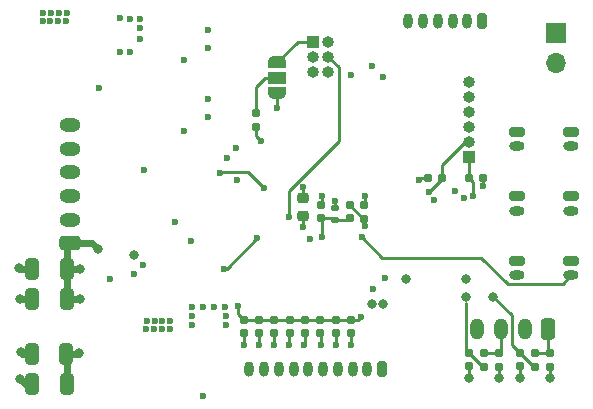
<source format=gbr>
%TF.GenerationSoftware,KiCad,Pcbnew,(6.0.8)*%
%TF.CreationDate,2024-11-24T14:11:02+01:00*%
%TF.ProjectId,WHEEL-07,57484545-4c2d-4303-972e-6b696361645f,rev?*%
%TF.SameCoordinates,Original*%
%TF.FileFunction,Copper,L4,Bot*%
%TF.FilePolarity,Positive*%
%FSLAX46Y46*%
G04 Gerber Fmt 4.6, Leading zero omitted, Abs format (unit mm)*
G04 Created by KiCad (PCBNEW (6.0.8)) date 2024-11-24 14:11:02*
%MOMM*%
%LPD*%
G01*
G04 APERTURE LIST*
G04 Aperture macros list*
%AMRoundRect*
0 Rectangle with rounded corners*
0 $1 Rounding radius*
0 $2 $3 $4 $5 $6 $7 $8 $9 X,Y pos of 4 corners*
0 Add a 4 corners polygon primitive as box body*
4,1,4,$2,$3,$4,$5,$6,$7,$8,$9,$2,$3,0*
0 Add four circle primitives for the rounded corners*
1,1,$1+$1,$2,$3*
1,1,$1+$1,$4,$5*
1,1,$1+$1,$6,$7*
1,1,$1+$1,$8,$9*
0 Add four rect primitives between the rounded corners*
20,1,$1+$1,$2,$3,$4,$5,0*
20,1,$1+$1,$4,$5,$6,$7,0*
20,1,$1+$1,$6,$7,$8,$9,0*
20,1,$1+$1,$8,$9,$2,$3,0*%
%AMFreePoly0*
4,1,22,0.550000,-0.750000,0.000000,-0.750000,0.000000,-0.745033,-0.079941,-0.743568,-0.215256,-0.701293,-0.333266,-0.622738,-0.424486,-0.514219,-0.481581,-0.384460,-0.499164,-0.250000,-0.500000,-0.250000,-0.500000,0.250000,-0.499164,0.250000,-0.499963,0.256109,-0.478152,0.396186,-0.417904,0.524511,-0.324060,0.630769,-0.204165,0.706417,-0.067858,0.745374,0.000000,0.744959,0.000000,0.750000,
0.550000,0.750000,0.550000,-0.750000,0.550000,-0.750000,$1*%
%AMFreePoly1*
4,1,20,0.000000,0.744959,0.073905,0.744508,0.209726,0.703889,0.328688,0.626782,0.421226,0.519385,0.479903,0.390333,0.500000,0.250000,0.500000,-0.250000,0.499851,-0.262216,0.476331,-0.402017,0.414519,-0.529596,0.319384,-0.634700,0.198574,-0.708877,0.061801,-0.746166,0.000000,-0.745033,0.000000,-0.750000,-0.550000,-0.750000,-0.550000,0.750000,0.000000,0.750000,0.000000,0.744959,
0.000000,0.744959,$1*%
G04 Aperture macros list end*
%TA.AperFunction,ComponentPad*%
%ADD10RoundRect,0.250000X0.350000X0.650000X-0.350000X0.650000X-0.350000X-0.650000X0.350000X-0.650000X0*%
%TD*%
%TA.AperFunction,ComponentPad*%
%ADD11O,1.200000X1.800000*%
%TD*%
%TA.AperFunction,ComponentPad*%
%ADD12RoundRect,0.200000X-0.450000X0.200000X-0.450000X-0.200000X0.450000X-0.200000X0.450000X0.200000X0*%
%TD*%
%TA.AperFunction,ComponentPad*%
%ADD13O,1.300000X0.800000*%
%TD*%
%TA.AperFunction,ComponentPad*%
%ADD14RoundRect,0.200000X0.200000X0.450000X-0.200000X0.450000X-0.200000X-0.450000X0.200000X-0.450000X0*%
%TD*%
%TA.AperFunction,ComponentPad*%
%ADD15O,0.800000X1.300000*%
%TD*%
%TA.AperFunction,ComponentPad*%
%ADD16R,1.700000X1.700000*%
%TD*%
%TA.AperFunction,ComponentPad*%
%ADD17O,1.700000X1.700000*%
%TD*%
%TA.AperFunction,ComponentPad*%
%ADD18R,1.000000X1.000000*%
%TD*%
%TA.AperFunction,ComponentPad*%
%ADD19O,1.000000X1.000000*%
%TD*%
%TA.AperFunction,ComponentPad*%
%ADD20RoundRect,0.250000X0.650000X-0.350000X0.650000X0.350000X-0.650000X0.350000X-0.650000X-0.350000X0*%
%TD*%
%TA.AperFunction,ComponentPad*%
%ADD21O,1.800000X1.200000*%
%TD*%
%TA.AperFunction,SMDPad,CuDef*%
%ADD22RoundRect,0.225000X-0.250000X0.225000X-0.250000X-0.225000X0.250000X-0.225000X0.250000X0.225000X0*%
%TD*%
%TA.AperFunction,SMDPad,CuDef*%
%ADD23RoundRect,0.155000X-0.155000X0.212500X-0.155000X-0.212500X0.155000X-0.212500X0.155000X0.212500X0*%
%TD*%
%TA.AperFunction,SMDPad,CuDef*%
%ADD24RoundRect,0.155000X0.155000X-0.212500X0.155000X0.212500X-0.155000X0.212500X-0.155000X-0.212500X0*%
%TD*%
%TA.AperFunction,SMDPad,CuDef*%
%ADD25RoundRect,0.250000X0.325000X0.650000X-0.325000X0.650000X-0.325000X-0.650000X0.325000X-0.650000X0*%
%TD*%
%TA.AperFunction,SMDPad,CuDef*%
%ADD26RoundRect,0.160000X0.197500X0.160000X-0.197500X0.160000X-0.197500X-0.160000X0.197500X-0.160000X0*%
%TD*%
%TA.AperFunction,SMDPad,CuDef*%
%ADD27RoundRect,0.160000X-0.160000X0.197500X-0.160000X-0.197500X0.160000X-0.197500X0.160000X0.197500X0*%
%TD*%
%TA.AperFunction,SMDPad,CuDef*%
%ADD28RoundRect,0.160000X-0.197500X-0.160000X0.197500X-0.160000X0.197500X0.160000X-0.197500X0.160000X0*%
%TD*%
%TA.AperFunction,SMDPad,CuDef*%
%ADD29RoundRect,0.160000X0.160000X-0.197500X0.160000X0.197500X-0.160000X0.197500X-0.160000X-0.197500X0*%
%TD*%
%TA.AperFunction,SMDPad,CuDef*%
%ADD30FreePoly0,90.000000*%
%TD*%
%TA.AperFunction,SMDPad,CuDef*%
%ADD31R,1.500000X1.000000*%
%TD*%
%TA.AperFunction,SMDPad,CuDef*%
%ADD32FreePoly1,90.000000*%
%TD*%
%TA.AperFunction,SMDPad,CuDef*%
%ADD33RoundRect,0.147500X-0.172500X0.147500X-0.172500X-0.147500X0.172500X-0.147500X0.172500X0.147500X0*%
%TD*%
%TA.AperFunction,ViaPad*%
%ADD34C,0.800000*%
%TD*%
%TA.AperFunction,ViaPad*%
%ADD35C,0.600000*%
%TD*%
%TA.AperFunction,Conductor*%
%ADD36C,0.600000*%
%TD*%
%TA.AperFunction,Conductor*%
%ADD37C,0.250000*%
%TD*%
G04 APERTURE END LIST*
D10*
%TO.P,J5,1,Pin_1*%
%TO.N,PADDLE1_IN*%
X195405000Y-78930000D03*
D11*
%TO.P,J5,2,Pin_2*%
%TO.N,GND*%
X193405000Y-78930000D03*
%TO.P,J5,3,Pin_3*%
%TO.N,PADDLE2_IN*%
X191405000Y-78930000D03*
%TO.P,J5,4,Pin_4*%
%TO.N,GND*%
X189405000Y-78930000D03*
%TD*%
D12*
%TO.P,J7,1,Pin_1*%
%TO.N,GND*%
X197358000Y-73152000D03*
D13*
%TO.P,J7,2,Pin_2*%
%TO.N,GPIO_3*%
X197358000Y-74402000D03*
%TD*%
D14*
%TO.P,J17,1,Pin_1*%
%TO.N,TIM3_CH1*%
X189815000Y-52890000D03*
D15*
%TO.P,J17,2,Pin_2*%
%TO.N,TIM3_CH2*%
X188565000Y-52890000D03*
%TO.P,J17,3,Pin_3*%
%TO.N,TIM3_CH3*%
X187315000Y-52890000D03*
%TO.P,J17,4,Pin_4*%
%TO.N,TIM1_CH1*%
X186065000Y-52890000D03*
%TO.P,J17,5,Pin_5*%
%TO.N,TIM1_CH2*%
X184815000Y-52890000D03*
%TO.P,J17,6,Pin_6*%
%TO.N,TIM1_CH3*%
X183565000Y-52890000D03*
%TD*%
D16*
%TO.P,J16,1,Pin_1*%
%TO.N,GND*%
X196088000Y-53898800D03*
D17*
%TO.P,J16,2,Pin_2*%
%TO.N,+3.3V*%
X196088000Y-56438800D03*
%TD*%
D12*
%TO.P,J14,1,Pin_1*%
%TO.N,GND*%
X197358000Y-62240000D03*
D13*
%TO.P,J14,2,Pin_2*%
%TO.N,GPIO_7*%
X197358000Y-63490000D03*
%TD*%
D12*
%TO.P,J10,1,Pin_1*%
%TO.N,GND*%
X192786000Y-67701000D03*
D13*
%TO.P,J10,2,Pin_2*%
%TO.N,GPIO_6*%
X192786000Y-68951000D03*
%TD*%
D14*
%TO.P,J12,1,Pin_1*%
%TO.N,Net-(J12-Pad1)*%
X181357600Y-82346800D03*
D15*
%TO.P,J12,2,Pin_2*%
%TO.N,GND*%
X180107600Y-82346800D03*
%TO.P,J12,3,Pin_3*%
%TO.N,Net-(C31-Pad1)*%
X178857600Y-82346800D03*
%TO.P,J12,4,Pin_4*%
%TO.N,Net-(C30-Pad1)*%
X177607600Y-82346800D03*
%TO.P,J12,5,Pin_5*%
%TO.N,Net-(C29-Pad1)*%
X176357600Y-82346800D03*
%TO.P,J12,6,Pin_6*%
%TO.N,Net-(C28-Pad1)*%
X175107600Y-82346800D03*
%TO.P,J12,7,Pin_7*%
%TO.N,Net-(C32-Pad1)*%
X173857600Y-82346800D03*
%TO.P,J12,8,Pin_8*%
%TO.N,Net-(C27-Pad1)*%
X172607600Y-82346800D03*
%TO.P,J12,9,Pin_9*%
%TO.N,Net-(C26-Pad1)*%
X171357600Y-82346800D03*
%TO.P,J12,10,Pin_10*%
%TO.N,Net-(C25-Pad1)*%
X170107600Y-82346800D03*
%TD*%
D18*
%TO.P,J11,1,Pin_1*%
%TO.N,+3.3V*%
X175524000Y-54605000D03*
D19*
%TO.P,J11,2,Pin_2*%
%TO.N,GND*%
X176794000Y-54605000D03*
%TO.P,J11,3,Pin_3*%
%TO.N,unconnected-(J11-Pad3)*%
X175524000Y-55875000D03*
%TO.P,J11,4,Pin_4*%
%TO.N,NRST*%
X176794000Y-55875000D03*
%TO.P,J11,5,Pin_5*%
%TO.N,SWCLK*%
X175524000Y-57145000D03*
%TO.P,J11,6,Pin_6*%
%TO.N,SWDIO*%
X176794000Y-57145000D03*
%TD*%
D12*
%TO.P,J8,1,Pin_1*%
%TO.N,GND*%
X192786000Y-73152000D03*
D13*
%TO.P,J8,2,Pin_2*%
%TO.N,GPIO_4*%
X192786000Y-74402000D03*
%TD*%
D12*
%TO.P,J9,1,Pin_1*%
%TO.N,GND*%
X197358000Y-67696000D03*
D13*
%TO.P,J9,2,Pin_2*%
%TO.N,GPIO_5*%
X197358000Y-68946000D03*
%TD*%
D12*
%TO.P,J15,1,Pin_1*%
%TO.N,GND*%
X192786000Y-62230000D03*
D13*
%TO.P,J15,2,Pin_2*%
%TO.N,GPIO_8*%
X192786000Y-63480000D03*
%TD*%
D18*
%TO.P,J2,1,Pin_1*%
%TO.N,I2C2_SCL*%
X188722000Y-64389000D03*
D19*
%TO.P,J2,2,Pin_2*%
%TO.N,I2C2_SDA*%
X188722000Y-63119000D03*
%TO.P,J2,3,Pin_3*%
%TO.N,SPI_CS*%
X188722000Y-61849000D03*
%TO.P,J2,4,Pin_4*%
%TO.N,SPI2_SCK*%
X188722000Y-60579000D03*
%TO.P,J2,5,Pin_5*%
%TO.N,SPI2_MISO*%
X188722000Y-59309000D03*
%TO.P,J2,6,Pin_6*%
%TO.N,SPI2_MOSI*%
X188722000Y-58039000D03*
%TD*%
D20*
%TO.P,J1,1,Pin_1*%
%TO.N,GND*%
X154953200Y-71675000D03*
D21*
%TO.P,J1,2,Pin_2*%
%TO.N,12V_CONN*%
X154953200Y-69675000D03*
%TO.P,J1,3,Pin_3*%
%TO.N,/CAN_BUS/CAN1_H*%
X154953200Y-67675000D03*
%TO.P,J1,4,Pin_4*%
%TO.N,/CAN_BUS/CAN1_L*%
X154953200Y-65675000D03*
%TO.P,J1,5,Pin_5*%
%TO.N,/CAN_BUS/CAN2_H*%
X154953200Y-63675000D03*
%TO.P,J1,6,Pin_6*%
%TO.N,/CAN_BUS/CAN2_L*%
X154953200Y-61675000D03*
%TD*%
D22*
%TO.P,C33,1*%
%TO.N,+3.3V*%
X174650400Y-67842800D03*
%TO.P,C33,2*%
%TO.N,GND*%
X174650400Y-69392800D03*
%TD*%
D23*
%TO.P,C23,1*%
%TO.N,Net-(C23-Pad1)*%
X188722000Y-80966500D03*
%TO.P,C23,2*%
%TO.N,GND*%
X188722000Y-82101500D03*
%TD*%
D24*
%TO.P,C27,1*%
%TO.N,Net-(C27-Pad1)*%
X172219256Y-79307500D03*
%TO.P,C27,2*%
%TO.N,GND*%
X172219256Y-78172500D03*
%TD*%
D25*
%TO.P,C12,1*%
%TO.N,GND*%
X154635000Y-73830000D03*
%TO.P,C12,2*%
%TO.N,+12V*%
X151685000Y-73830000D03*
%TD*%
%TO.P,C10,1*%
%TO.N,GND*%
X154635000Y-83600000D03*
%TO.P,C10,2*%
%TO.N,+12V*%
X151685000Y-83600000D03*
%TD*%
D26*
%TO.P,R2,1*%
%TO.N,+3.3V*%
X189878300Y-66141600D03*
%TO.P,R2,2*%
%TO.N,I2C2_SCL*%
X188683300Y-66141600D03*
%TD*%
D24*
%TO.P,C32,1*%
%TO.N,Net-(C32-Pad1)*%
X173518284Y-79307500D03*
%TO.P,C32,2*%
%TO.N,GND*%
X173518284Y-78172500D03*
%TD*%
%TO.P,C8,1*%
%TO.N,+3.3VA*%
X178612800Y-69587300D03*
%TO.P,C8,2*%
%TO.N,GND*%
X178612800Y-68452300D03*
%TD*%
D27*
%TO.P,R13,1*%
%TO.N,PADDLE1_IN*%
X195580000Y-80936500D03*
%TO.P,R13,2*%
%TO.N,+3.3V*%
X195580000Y-82131500D03*
%TD*%
D24*
%TO.P,C30,1*%
%TO.N,Net-(C30-Pad1)*%
X177415368Y-79307500D03*
%TO.P,C30,2*%
%TO.N,GND*%
X177415368Y-78172500D03*
%TD*%
D25*
%TO.P,C15,1*%
%TO.N,GND*%
X154615000Y-81030000D03*
%TO.P,C15,2*%
%TO.N,+12V*%
X151665000Y-81030000D03*
%TD*%
D27*
%TO.P,R15,1*%
%TO.N,PADDLE1_IN*%
X194310000Y-80936500D03*
%TO.P,R15,2*%
%TO.N,Net-(C24-Pad1)*%
X194310000Y-82131500D03*
%TD*%
D28*
%TO.P,R3,1*%
%TO.N,+3.3V*%
X185228900Y-66141600D03*
%TO.P,R3,2*%
%TO.N,I2C2_SDA*%
X186423900Y-66141600D03*
%TD*%
D24*
%TO.P,C26,1*%
%TO.N,Net-(C26-Pad1)*%
X170920228Y-79307500D03*
%TO.P,C26,2*%
%TO.N,GND*%
X170920228Y-78172500D03*
%TD*%
%TO.P,C9,1*%
%TO.N,+3.3VA*%
X176174400Y-69587300D03*
%TO.P,C9,2*%
%TO.N,GND*%
X176174400Y-68452300D03*
%TD*%
%TO.P,C28,1*%
%TO.N,Net-(C28-Pad1)*%
X174817312Y-79307500D03*
%TO.P,C28,2*%
%TO.N,GND*%
X174817312Y-78172500D03*
%TD*%
%TO.P,C31,1*%
%TO.N,Net-(C31-Pad1)*%
X178714400Y-79307500D03*
%TO.P,C31,2*%
%TO.N,GND*%
X178714400Y-78172500D03*
%TD*%
D23*
%TO.P,C7,1*%
%TO.N,+3.3V*%
X179832000Y-68461000D03*
%TO.P,C7,2*%
%TO.N,GND*%
X179832000Y-69596000D03*
%TD*%
D27*
%TO.P,R12,1*%
%TO.N,PADDLE2_IN*%
X191262000Y-80936500D03*
%TO.P,R12,2*%
%TO.N,+3.3V*%
X191262000Y-82131500D03*
%TD*%
D29*
%TO.P,R1,1*%
%TO.N,BOOT0*%
X170688000Y-61811500D03*
%TO.P,R1,2*%
%TO.N,Net-(JP1-Pad2)*%
X170688000Y-60616500D03*
%TD*%
D25*
%TO.P,C11,1*%
%TO.N,GND*%
X154635000Y-76380000D03*
%TO.P,C11,2*%
%TO.N,+12V*%
X151685000Y-76380000D03*
%TD*%
D23*
%TO.P,C24,1*%
%TO.N,Net-(C24-Pad1)*%
X193040000Y-80966500D03*
%TO.P,C24,2*%
%TO.N,GND*%
X193040000Y-82101500D03*
%TD*%
D24*
%TO.P,C29,1*%
%TO.N,Net-(C29-Pad1)*%
X176116340Y-79307500D03*
%TO.P,C29,2*%
%TO.N,GND*%
X176116340Y-78172500D03*
%TD*%
D30*
%TO.P,JP1,1,A*%
%TO.N,GND*%
X172466000Y-58958000D03*
D31*
%TO.P,JP1,2,C*%
%TO.N,Net-(JP1-Pad2)*%
X172466000Y-57658000D03*
D32*
%TO.P,JP1,3,B*%
%TO.N,+3.3V*%
X172466000Y-56358000D03*
%TD*%
D24*
%TO.P,C25,1*%
%TO.N,Net-(C25-Pad1)*%
X169621200Y-79307500D03*
%TO.P,C25,2*%
%TO.N,GND*%
X169621200Y-78172500D03*
%TD*%
D33*
%TO.P,L1,1*%
%TO.N,+3.3V*%
X177393600Y-68704600D03*
%TO.P,L1,2*%
%TO.N,+3.3VA*%
X177393600Y-69674600D03*
%TD*%
D27*
%TO.P,R14,1*%
%TO.N,PADDLE2_IN*%
X189992000Y-80936500D03*
%TO.P,R14,2*%
%TO.N,Net-(C23-Pad1)*%
X189992000Y-82131500D03*
%TD*%
D34*
%TO.N,+3.3V*%
X181400000Y-76800000D03*
X180500000Y-76800000D03*
%TO.N,GND*%
X155690000Y-80990000D03*
D35*
X169037000Y-66294000D03*
X153963332Y-52197000D03*
X169139678Y-77038072D03*
X166624000Y-55118000D03*
D34*
X188722000Y-83058000D03*
D35*
X163372800Y-78943200D03*
X163415000Y-78261800D03*
X154584400Y-52878400D03*
X157400000Y-58526800D03*
X161188400Y-65481200D03*
X162709532Y-78943200D03*
X152594600Y-52878400D03*
D34*
X155760000Y-76370000D03*
D35*
X172466000Y-60198000D03*
X165201600Y-71475600D03*
X153921132Y-52878400D03*
X164600000Y-56200000D03*
D34*
X155750000Y-73850000D03*
D35*
X153257866Y-52878400D03*
X179590539Y-77907639D03*
X163830000Y-69850000D03*
X161383000Y-78943200D03*
X181386517Y-57576683D03*
X179882800Y-70256400D03*
X170789600Y-71272400D03*
X162751732Y-78261800D03*
X166624000Y-60960000D03*
D34*
X193040000Y-83058000D03*
X160320000Y-72640000D03*
X157300000Y-72170000D03*
D35*
X161100000Y-73550000D03*
X161425200Y-78261800D03*
X164600000Y-62200000D03*
X180497517Y-56687683D03*
X188259800Y-67884800D03*
X169016717Y-63647283D03*
X167995600Y-73863200D03*
X166188400Y-84591600D03*
X187502800Y-67259200D03*
X153300066Y-52197000D03*
X152636800Y-52197000D03*
X176225200Y-67665600D03*
D34*
X188468000Y-74742000D03*
D35*
X162088466Y-78261800D03*
X175226422Y-71288273D03*
X180594000Y-75590400D03*
X154626600Y-52197000D03*
X160360000Y-74260000D03*
X174650400Y-70307200D03*
X158340000Y-74680000D03*
X162046266Y-78943200D03*
%TO.N,+3.3V*%
X165252400Y-77063600D03*
X168097200Y-77876400D03*
X168097200Y-78587600D03*
D34*
X195580000Y-83058000D03*
D35*
X181559200Y-74625200D03*
X167115066Y-77063600D03*
X177393600Y-68122800D03*
D34*
X183388000Y-74742000D03*
D35*
X179882800Y-67665600D03*
D34*
X191262000Y-83058000D03*
D35*
X189890400Y-66852800D03*
X174650400Y-66954400D03*
X178719517Y-57449683D03*
X168046400Y-77063600D03*
X166183733Y-77063600D03*
X185724800Y-68021200D03*
X165252400Y-78638400D03*
X168254717Y-64460083D03*
X165269800Y-77875100D03*
X184454800Y-66294000D03*
%TO.N,+3.3VA*%
X176276000Y-71170800D03*
D34*
%TO.N,+12V*%
X150590000Y-73770000D03*
X150650000Y-76380000D03*
X150710000Y-83160000D03*
X150730000Y-80880000D03*
D35*
%TO.N,+5V*%
X160000000Y-52675000D03*
X160000000Y-55450000D03*
X166624000Y-53594000D03*
X160840000Y-54360000D03*
X160840000Y-52680000D03*
X166624000Y-59436000D03*
X160840000Y-53490000D03*
X159175000Y-55450000D03*
X159175000Y-52650000D03*
D34*
%TO.N,Net-(C23-Pad1)*%
X188468000Y-76266000D03*
%TO.N,Net-(C24-Pad1)*%
X190754000Y-76200000D03*
D35*
%TO.N,I2C2_SCL*%
X189028333Y-67664435D03*
%TO.N,I2C2_SDA*%
X185318400Y-67310000D03*
%TO.N,GPIO_3*%
X179616817Y-71123922D03*
%TO.N,NRST*%
X173482000Y-69469000D03*
%TO.N,Net-(C31-Pad1)*%
X178689000Y-80264000D03*
%TO.N,Net-(C30-Pad1)*%
X177419000Y-80264000D03*
%TO.N,Net-(C29-Pad1)*%
X176149000Y-80264000D03*
%TO.N,Net-(C28-Pad1)*%
X174752000Y-80264000D03*
%TO.N,Net-(C32-Pad1)*%
X173482000Y-80264000D03*
%TO.N,Net-(C27-Pad1)*%
X172212000Y-80264000D03*
%TO.N,Net-(C26-Pad1)*%
X170942000Y-80264000D03*
%TO.N,Net-(C25-Pad1)*%
X169672000Y-80264000D03*
%TO.N,BOOT0*%
X171058500Y-62992000D03*
%TO.N,LED_STATUS*%
X171348400Y-67005200D03*
X167640000Y-65735200D03*
%TD*%
D36*
%TO.N,GND*%
X154635000Y-81050000D02*
X154615000Y-81030000D01*
D37*
X176225200Y-67665600D02*
X176225200Y-68401500D01*
X179882800Y-70256400D02*
X179882800Y-69646800D01*
X179882800Y-69646800D02*
X179832000Y-69596000D01*
D36*
X156805000Y-71675000D02*
X157300000Y-72170000D01*
D37*
X168198800Y-73863200D02*
X167995600Y-73863200D01*
D36*
X155750000Y-76380000D02*
X155760000Y-76370000D01*
D37*
X188722000Y-82101500D02*
X188722000Y-83058000D01*
X179756500Y-69596000D02*
X178612800Y-68452300D01*
X169139678Y-77690978D02*
X169621200Y-78172500D01*
X193040000Y-82101500D02*
X193040000Y-83058000D01*
D36*
X154635000Y-83600000D02*
X154635000Y-81050000D01*
D37*
X179832000Y-69596000D02*
X179756500Y-69596000D01*
X172466000Y-58958000D02*
X172466000Y-60198000D01*
D36*
X154953200Y-71675000D02*
X156805000Y-71675000D01*
X155650000Y-81030000D02*
X155690000Y-80990000D01*
D37*
X174650400Y-69392800D02*
X174650400Y-70307200D01*
D36*
X154635000Y-76380000D02*
X155750000Y-76380000D01*
D37*
X176225200Y-68401500D02*
X176174400Y-68452300D01*
D36*
X155750000Y-73850000D02*
X155730000Y-73830000D01*
X154635000Y-71993200D02*
X154635000Y-76380000D01*
D37*
X178714400Y-78172500D02*
X179325678Y-78172500D01*
X170789600Y-71272400D02*
X168198800Y-73863200D01*
X169139678Y-77038072D02*
X169139678Y-77690978D01*
D36*
X154615000Y-81030000D02*
X155650000Y-81030000D01*
X155730000Y-73830000D02*
X154635000Y-73830000D01*
X154953200Y-71675000D02*
X154635000Y-71993200D01*
D37*
X179325678Y-78172500D02*
X179590539Y-77907639D01*
X169621200Y-78172500D02*
X178714400Y-78172500D01*
%TO.N,+3.3V*%
X189878300Y-66141600D02*
X189878300Y-66840700D01*
X174219000Y-54605000D02*
X175524000Y-54605000D01*
X174650400Y-67842800D02*
X174650400Y-66954400D01*
X179882800Y-67665600D02*
X179882800Y-68410200D01*
X177393600Y-68704600D02*
X177393600Y-68122800D01*
X172466000Y-56358000D02*
X174219000Y-54605000D01*
X191262000Y-82131500D02*
X191262000Y-83058000D01*
X189878300Y-66840700D02*
X189890400Y-66852800D01*
X184607200Y-66141600D02*
X184454800Y-66294000D01*
X179882800Y-68410200D02*
X179832000Y-68461000D01*
X185228900Y-66141600D02*
X184607200Y-66141600D01*
X195580000Y-82131500D02*
X195580000Y-83058000D01*
%TO.N,+3.3VA*%
X177306300Y-69587300D02*
X177393600Y-69674600D01*
X176174400Y-69587300D02*
X177306300Y-69587300D01*
X177393600Y-69674600D02*
X178525500Y-69674600D01*
X178525500Y-69674600D02*
X178612800Y-69587300D01*
X176276000Y-71170800D02*
X176276000Y-69688900D01*
D36*
%TO.N,+12V*%
X151150000Y-83600000D02*
X150710000Y-83160000D01*
X150650000Y-73830000D02*
X150590000Y-73770000D01*
X151665000Y-81030000D02*
X150880000Y-81030000D01*
X150880000Y-81030000D02*
X150730000Y-80880000D01*
X151685000Y-73830000D02*
X150650000Y-73830000D01*
X151685000Y-76380000D02*
X150650000Y-76380000D01*
X151685000Y-83600000D02*
X151150000Y-83600000D01*
D37*
%TO.N,Net-(C23-Pad1)*%
X188722000Y-80966500D02*
X188468000Y-80712500D01*
X188468000Y-80712500D02*
X188468000Y-76708000D01*
X189992000Y-82131500D02*
X189887000Y-82131500D01*
X189887000Y-82131500D02*
X188722000Y-80966500D01*
%TO.N,Net-(C24-Pad1)*%
X190754000Y-76200000D02*
X192330000Y-77776000D01*
X193040000Y-80966500D02*
X192330000Y-80256500D01*
X192330000Y-77776000D02*
X192330000Y-80256500D01*
X194205000Y-82131500D02*
X193040000Y-80966500D01*
X194310000Y-82131500D02*
X194205000Y-82131500D01*
%TO.N,I2C2_SCL*%
X188683300Y-64427700D02*
X188722000Y-64389000D01*
X189028333Y-66486633D02*
X188683300Y-66141600D01*
X189028333Y-67664435D02*
X189028333Y-66486633D01*
X188683300Y-66141600D02*
X188683300Y-64427700D01*
%TO.N,I2C2_SDA*%
X186423900Y-66204500D02*
X185318400Y-67310000D01*
X186423900Y-65037100D02*
X186423900Y-66141600D01*
X188342000Y-63119000D02*
X186423900Y-65037100D01*
X188722000Y-63119000D02*
X188342000Y-63119000D01*
%TO.N,PADDLE1_IN*%
X194310000Y-80936500D02*
X195580000Y-80936500D01*
X195405000Y-78930000D02*
X195405000Y-80761500D01*
X195405000Y-80761500D02*
X195580000Y-80936500D01*
%TO.N,PADDLE2_IN*%
X191405000Y-78930000D02*
X191405000Y-80793500D01*
X191405000Y-80793500D02*
X191262000Y-80936500D01*
X189992000Y-80936500D02*
X191262000Y-80936500D01*
%TO.N,GPIO_3*%
X191967000Y-75127000D02*
X189738000Y-72898000D01*
X189738000Y-72898000D02*
X181356000Y-72898000D01*
X197358000Y-74402000D02*
X196633000Y-75127000D01*
X196633000Y-75127000D02*
X191967000Y-75127000D01*
X181356000Y-72898000D02*
X179616817Y-71158817D01*
%TO.N,NRST*%
X177673000Y-56754000D02*
X177673000Y-63047916D01*
X177673000Y-63047916D02*
X173482000Y-67238916D01*
X176794000Y-55875000D02*
X177673000Y-56754000D01*
X173482000Y-67238916D02*
X173482000Y-69469000D01*
%TO.N,Net-(C31-Pad1)*%
X178689000Y-80264000D02*
X178689000Y-79332900D01*
X178689000Y-79332900D02*
X178714400Y-79307500D01*
%TO.N,Net-(C30-Pad1)*%
X177415368Y-80260368D02*
X177419000Y-80264000D01*
X177415368Y-79307500D02*
X177415368Y-80260368D01*
%TO.N,Net-(C29-Pad1)*%
X176149000Y-79340160D02*
X176116340Y-79307500D01*
X176149000Y-80264000D02*
X176149000Y-79340160D01*
%TO.N,Net-(C28-Pad1)*%
X174817312Y-79307500D02*
X174817312Y-80198688D01*
X174817312Y-80198688D02*
X174752000Y-80264000D01*
%TO.N,Net-(C32-Pad1)*%
X173482000Y-80264000D02*
X173482000Y-79343784D01*
X173482000Y-79343784D02*
X173518284Y-79307500D01*
%TO.N,Net-(C27-Pad1)*%
X172219256Y-80256744D02*
X172212000Y-80264000D01*
X172219256Y-79307500D02*
X172219256Y-80256744D01*
%TO.N,Net-(C26-Pad1)*%
X170942000Y-79329272D02*
X170920228Y-79307500D01*
X170942000Y-80264000D02*
X170942000Y-79329272D01*
%TO.N,Net-(C25-Pad1)*%
X169672000Y-80264000D02*
X169672000Y-79358300D01*
X169672000Y-79358300D02*
X169621200Y-79307500D01*
%TO.N,Net-(JP1-Pad2)*%
X170688000Y-60616500D02*
X170688000Y-58436000D01*
X171466000Y-57658000D02*
X172466000Y-57658000D01*
X170688000Y-58436000D02*
X171466000Y-57658000D01*
%TO.N,BOOT0*%
X170688000Y-62621500D02*
X170688000Y-61811500D01*
X171058500Y-62992000D02*
X170688000Y-62621500D01*
%TO.N,LED_STATUS*%
X170012200Y-65669000D02*
X171348400Y-67005200D01*
X167706200Y-65669000D02*
X170012200Y-65669000D01*
X167640000Y-65735200D02*
X167706200Y-65669000D01*
%TD*%
M02*

</source>
